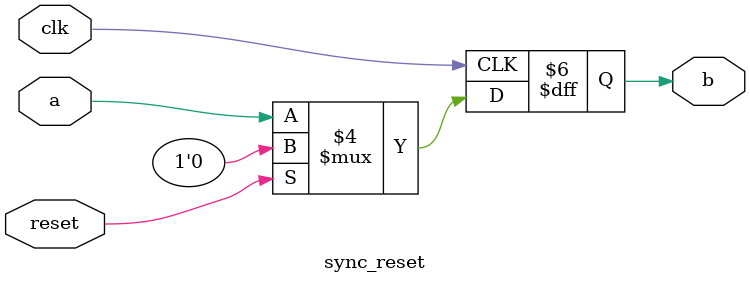
<source format=sv>

module sync_reset (
    input clk,        // Clock input
    input reset,      // Synchronous reset signal (active-high)
    input a,          // Input signal
    output reg b      // Output signal
);

    // Display message indicating the start of simulation
    initial begin
        $display("SYNC_RESET_pass_test: Simulation started with synchronous reset.");
    end

    // Always block with synchronized reset
    always @(posedge clk) begin
        if (reset) begin
            // Synchronous reset: output `b` is set to 0 on the rising edge of the clock when reset is high
            b <= 1'b0;
            $display("Synchronous Reset Active: b initialized to 0.");
        end
        else begin
            // Normal operation: `b` follows the value of input `a`
            b <= a;
            $display("Normal Operation: Signal `a` applied, b = %b", a);
        end
    end

endmodule


</source>
